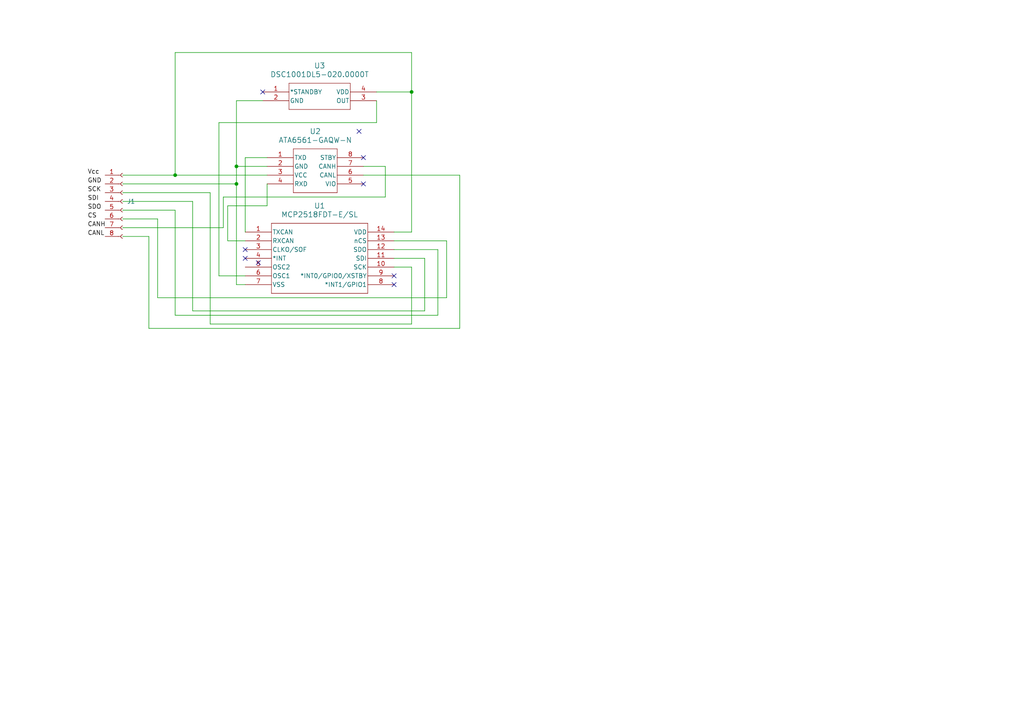
<source format=kicad_sch>
(kicad_sch
	(version 20250114)
	(generator "eeschema")
	(generator_version "9.0")
	(uuid "5261dcc1-d8e4-4ae7-a982-1d690413d2f0")
	(paper "A4")
	(lib_symbols
		(symbol "CAN_LIB:ATA6561-GAQW-N"
			(pin_names
				(offset 0.254)
			)
			(exclude_from_sim no)
			(in_bom yes)
			(on_board yes)
			(property "Reference" "U"
				(at 15.24 7.62 0)
				(effects
					(font
						(size 1.524 1.524)
					)
				)
			)
			(property "Value" "ATA6561-GAQW-N"
				(at 15.24 5.08 0)
				(effects
					(font
						(size 1.524 1.524)
					)
				)
			)
			(property "Footprint" "SOIC8_4P9X3P9MC_MCH"
				(at 0 0 0)
				(effects
					(font
						(size 1.27 1.27)
						(italic yes)
					)
					(hide yes)
				)
			)
			(property "Datasheet" "ATA6561-GAQW-N"
				(at 0 0 0)
				(effects
					(font
						(size 1.27 1.27)
						(italic yes)
					)
					(hide yes)
				)
			)
			(property "Description" ""
				(at 0 0 0)
				(effects
					(font
						(size 1.27 1.27)
					)
					(hide yes)
				)
			)
			(property "ki_locked" ""
				(at 0 0 0)
				(effects
					(font
						(size 1.27 1.27)
					)
				)
			)
			(property "ki_keywords" "ATA6561-GAQW-N"
				(at 0 0 0)
				(effects
					(font
						(size 1.27 1.27)
					)
					(hide yes)
				)
			)
			(property "ki_fp_filters" "SOIC8_4P9X3P9MC_MCH SOIC8_4P9X3P9MC_MCH-M SOIC8_4P9X3P9MC_MCH-L"
				(at 0 0 0)
				(effects
					(font
						(size 1.27 1.27)
					)
					(hide yes)
				)
			)
			(symbol "ATA6561-GAQW-N_0_1"
				(polyline
					(pts
						(xy 7.62 2.54) (xy 7.62 -10.16)
					)
					(stroke
						(width 0.127)
						(type default)
					)
					(fill
						(type none)
					)
				)
				(polyline
					(pts
						(xy 20.32 2.54) (xy 7.62 2.54)
					)
					(stroke
						(width 0.127)
						(type default)
					)
					(fill
						(type none)
					)
				)
				(polyline
					(pts
						(xy 20.32 -10.16) (xy 20.32 2.54)
					)
					(stroke
						(width 0.127)
						(type default)
					)
					(fill
						(type none)
					)
				)
				(pin unspecified line
					(at 0 0 0)
					(length 7.62)
					(name "TXD"
						(effects
							(font
								(size 1.27 1.27)
							)
						)
					)
					(number "1"
						(effects
							(font
								(size 1.27 1.27)
							)
						)
					)
				)
				(pin power_out line
					(at 0 -2.54 0)
					(length 7.62)
					(name "GND"
						(effects
							(font
								(size 1.27 1.27)
							)
						)
					)
					(number "2"
						(effects
							(font
								(size 1.27 1.27)
							)
						)
					)
				)
				(pin power_in line
					(at 0 -5.08 0)
					(length 7.62)
					(name "VCC"
						(effects
							(font
								(size 1.27 1.27)
							)
						)
					)
					(number "3"
						(effects
							(font
								(size 1.27 1.27)
							)
						)
					)
				)
				(pin unspecified line
					(at 0 -7.62 0)
					(length 7.62)
					(name "RXD"
						(effects
							(font
								(size 1.27 1.27)
							)
						)
					)
					(number "4"
						(effects
							(font
								(size 1.27 1.27)
							)
						)
					)
				)
				(pin unspecified line
					(at 27.94 0 180)
					(length 7.62)
					(name "STBY"
						(effects
							(font
								(size 1.27 1.27)
							)
						)
					)
					(number "8"
						(effects
							(font
								(size 1.27 1.27)
							)
						)
					)
				)
				(pin unspecified line
					(at 27.94 -2.54 180)
					(length 7.62)
					(name "CANH"
						(effects
							(font
								(size 1.27 1.27)
							)
						)
					)
					(number "7"
						(effects
							(font
								(size 1.27 1.27)
							)
						)
					)
				)
				(pin unspecified line
					(at 27.94 -5.08 180)
					(length 7.62)
					(name "CANL"
						(effects
							(font
								(size 1.27 1.27)
							)
						)
					)
					(number "6"
						(effects
							(font
								(size 1.27 1.27)
							)
						)
					)
				)
				(pin unspecified line
					(at 27.94 -7.62 180)
					(length 7.62)
					(name "VIO"
						(effects
							(font
								(size 1.27 1.27)
							)
						)
					)
					(number "5"
						(effects
							(font
								(size 1.27 1.27)
							)
						)
					)
				)
			)
			(symbol "ATA6561-GAQW-N_1_1"
				(polyline
					(pts
						(xy 7.62 -10.16) (xy 20.32 -10.16)
					)
					(stroke
						(width 0)
						(type default)
					)
					(fill
						(type none)
					)
				)
			)
			(embedded_fonts no)
		)
		(symbol "CAN_LIB:DSC1001DL5-020.0000T"
			(pin_names
				(offset 0.254)
			)
			(exclude_from_sim no)
			(in_bom yes)
			(on_board yes)
			(property "Reference" "U"
				(at 17.78 7.62 0)
				(effects
					(font
						(size 1.524 1.524)
					)
				)
			)
			(property "Value" "DSC1001DL5-020.0000T"
				(at 17.78 5.08 0)
				(effects
					(font
						(size 1.524 1.524)
					)
				)
			)
			(property "Footprint" "CDFN4_2P5X2_MCH"
				(at 0 0 0)
				(effects
					(font
						(size 1.27 1.27)
						(italic yes)
					)
					(hide yes)
				)
			)
			(property "Datasheet" "DSC1001DL5-020.0000T"
				(at 0 0 0)
				(effects
					(font
						(size 1.27 1.27)
						(italic yes)
					)
					(hide yes)
				)
			)
			(property "Description" ""
				(at 0 0 0)
				(effects
					(font
						(size 1.27 1.27)
					)
					(hide yes)
				)
			)
			(property "ki_locked" ""
				(at 0 0 0)
				(effects
					(font
						(size 1.27 1.27)
					)
				)
			)
			(property "ki_keywords" "DSC1001DL5-020.0000T"
				(at 0 0 0)
				(effects
					(font
						(size 1.27 1.27)
					)
					(hide yes)
				)
			)
			(property "ki_fp_filters" "CDFN4_2P5X2_MCH CDFN4_2P5X2_MCH-M CDFN4_2P5X2_MCH-L"
				(at 0 0 0)
				(effects
					(font
						(size 1.27 1.27)
					)
					(hide yes)
				)
			)
			(symbol "DSC1001DL5-020.0000T_0_1"
				(polyline
					(pts
						(xy 7.62 2.54) (xy 7.62 -5.08)
					)
					(stroke
						(width 0.127)
						(type default)
					)
					(fill
						(type none)
					)
				)
				(polyline
					(pts
						(xy 7.62 -5.08) (xy 25.4 -5.08)
					)
					(stroke
						(width 0.127)
						(type default)
					)
					(fill
						(type none)
					)
				)
				(polyline
					(pts
						(xy 25.4 2.54) (xy 7.62 2.54)
					)
					(stroke
						(width 0.127)
						(type default)
					)
					(fill
						(type none)
					)
				)
				(polyline
					(pts
						(xy 25.4 -5.08) (xy 25.4 2.54)
					)
					(stroke
						(width 0.127)
						(type default)
					)
					(fill
						(type none)
					)
				)
				(pin input line
					(at 0 0 0)
					(length 7.62)
					(name "*STANDBY"
						(effects
							(font
								(size 1.27 1.27)
							)
						)
					)
					(number "1"
						(effects
							(font
								(size 1.27 1.27)
							)
						)
					)
				)
				(pin power_out line
					(at 0 -2.54 0)
					(length 7.62)
					(name "GND"
						(effects
							(font
								(size 1.27 1.27)
							)
						)
					)
					(number "2"
						(effects
							(font
								(size 1.27 1.27)
							)
						)
					)
				)
				(pin power_in line
					(at 33.02 0 180)
					(length 7.62)
					(name "VDD"
						(effects
							(font
								(size 1.27 1.27)
							)
						)
					)
					(number "4"
						(effects
							(font
								(size 1.27 1.27)
							)
						)
					)
				)
				(pin output line
					(at 33.02 -2.54 180)
					(length 7.62)
					(name "OUT"
						(effects
							(font
								(size 1.27 1.27)
							)
						)
					)
					(number "3"
						(effects
							(font
								(size 1.27 1.27)
							)
						)
					)
				)
			)
			(embedded_fonts no)
		)
		(symbol "CAN_LIB:MCP2518FDT-E_SL"
			(pin_names
				(offset 0.254)
			)
			(exclude_from_sim no)
			(in_bom yes)
			(on_board yes)
			(property "Reference" "U"
				(at 22.86 7.62 0)
				(effects
					(font
						(size 1.524 1.524)
					)
				)
			)
			(property "Value" "MCP2518FDT-E/SL"
				(at 22.86 5.08 0)
				(effects
					(font
						(size 1.524 1.524)
					)
				)
			)
			(property "Footprint" "SOIC14_SL_MCH"
				(at 0 0 0)
				(effects
					(font
						(size 1.27 1.27)
						(italic yes)
					)
					(hide yes)
				)
			)
			(property "Datasheet" "MCP2518FDT-E/SL"
				(at 0 0 0)
				(effects
					(font
						(size 1.27 1.27)
						(italic yes)
					)
					(hide yes)
				)
			)
			(property "Description" ""
				(at 0 0 0)
				(effects
					(font
						(size 1.27 1.27)
					)
					(hide yes)
				)
			)
			(property "ki_locked" ""
				(at 0 0 0)
				(effects
					(font
						(size 1.27 1.27)
					)
				)
			)
			(property "ki_keywords" "MCP2518FDT-E/SL"
				(at 0 0 0)
				(effects
					(font
						(size 1.27 1.27)
					)
					(hide yes)
				)
			)
			(property "ki_fp_filters" "SOIC14_SL_MCH SOIC14_SL_MCH-M SOIC14_SL_MCH-L"
				(at 0 0 0)
				(effects
					(font
						(size 1.27 1.27)
					)
					(hide yes)
				)
			)
			(symbol "MCP2518FDT-E_SL_0_1"
				(polyline
					(pts
						(xy 7.62 2.54) (xy 7.62 -17.78)
					)
					(stroke
						(width 0.127)
						(type default)
					)
					(fill
						(type none)
					)
				)
				(polyline
					(pts
						(xy 35.56 -17.78) (xy 35.56 2.54)
					)
					(stroke
						(width 0.127)
						(type default)
					)
					(fill
						(type none)
					)
				)
				(pin output line
					(at 0 0 0)
					(length 7.62)
					(name "TXCAN"
						(effects
							(font
								(size 1.27 1.27)
							)
						)
					)
					(number "1"
						(effects
							(font
								(size 1.27 1.27)
							)
						)
					)
				)
				(pin input line
					(at 0 -2.54 0)
					(length 7.62)
					(name "RXCAN"
						(effects
							(font
								(size 1.27 1.27)
							)
						)
					)
					(number "2"
						(effects
							(font
								(size 1.27 1.27)
							)
						)
					)
				)
				(pin output line
					(at 0 -5.08 0)
					(length 7.62)
					(name "CLKO/SOF"
						(effects
							(font
								(size 1.27 1.27)
							)
						)
					)
					(number "3"
						(effects
							(font
								(size 1.27 1.27)
							)
						)
					)
				)
				(pin output line
					(at 0 -7.62 0)
					(length 7.62)
					(name "*INT"
						(effects
							(font
								(size 1.27 1.27)
							)
						)
					)
					(number "4"
						(effects
							(font
								(size 1.27 1.27)
							)
						)
					)
				)
				(pin output line
					(at 0 -10.16 0)
					(length 7.62)
					(name "OSC2"
						(effects
							(font
								(size 1.27 1.27)
							)
						)
					)
					(number "5"
						(effects
							(font
								(size 1.27 1.27)
							)
						)
					)
				)
				(pin input line
					(at 0 -12.7 0)
					(length 7.62)
					(name "OSC1"
						(effects
							(font
								(size 1.27 1.27)
							)
						)
					)
					(number "6"
						(effects
							(font
								(size 1.27 1.27)
							)
						)
					)
				)
				(pin power_out line
					(at 0 -15.24 0)
					(length 7.62)
					(name "VSS"
						(effects
							(font
								(size 1.27 1.27)
							)
						)
					)
					(number "7"
						(effects
							(font
								(size 1.27 1.27)
							)
						)
					)
				)
				(pin power_in line
					(at 43.18 0 180)
					(length 7.62)
					(name "VDD"
						(effects
							(font
								(size 1.27 1.27)
							)
						)
					)
					(number "14"
						(effects
							(font
								(size 1.27 1.27)
							)
						)
					)
				)
				(pin input line
					(at 43.18 -2.54 180)
					(length 7.62)
					(name "nCS"
						(effects
							(font
								(size 1.27 1.27)
							)
						)
					)
					(number "13"
						(effects
							(font
								(size 1.27 1.27)
							)
						)
					)
				)
				(pin output line
					(at 43.18 -5.08 180)
					(length 7.62)
					(name "SDO"
						(effects
							(font
								(size 1.27 1.27)
							)
						)
					)
					(number "12"
						(effects
							(font
								(size 1.27 1.27)
							)
						)
					)
				)
				(pin input line
					(at 43.18 -7.62 180)
					(length 7.62)
					(name "SDI"
						(effects
							(font
								(size 1.27 1.27)
							)
						)
					)
					(number "11"
						(effects
							(font
								(size 1.27 1.27)
							)
						)
					)
				)
				(pin input line
					(at 43.18 -10.16 180)
					(length 7.62)
					(name "SCK"
						(effects
							(font
								(size 1.27 1.27)
							)
						)
					)
					(number "10"
						(effects
							(font
								(size 1.27 1.27)
							)
						)
					)
				)
				(pin bidirectional line
					(at 43.18 -12.7 180)
					(length 7.62)
					(name "*INT0/GPIO0/XSTBY"
						(effects
							(font
								(size 1.27 1.27)
							)
						)
					)
					(number "9"
						(effects
							(font
								(size 1.27 1.27)
							)
						)
					)
				)
				(pin bidirectional line
					(at 43.18 -15.24 180)
					(length 7.62)
					(name "*INT1/GPIO1"
						(effects
							(font
								(size 1.27 1.27)
							)
						)
					)
					(number "8"
						(effects
							(font
								(size 1.27 1.27)
							)
						)
					)
				)
			)
			(symbol "MCP2518FDT-E_SL_1_1"
				(polyline
					(pts
						(xy 7.62 2.54) (xy 35.56 2.54)
					)
					(stroke
						(width 0)
						(type default)
					)
					(fill
						(type none)
					)
				)
				(polyline
					(pts
						(xy 7.62 -17.78) (xy 35.56 -17.78)
					)
					(stroke
						(width 0)
						(type default)
					)
					(fill
						(type none)
					)
				)
			)
			(embedded_fonts no)
		)
		(symbol "Connector:Conn_01x08_Socket"
			(pin_names
				(offset 1.016)
				(hide yes)
			)
			(exclude_from_sim no)
			(in_bom yes)
			(on_board yes)
			(property "Reference" "J"
				(at 0 10.16 0)
				(effects
					(font
						(size 1.27 1.27)
					)
				)
			)
			(property "Value" "Conn_01x08_Socket"
				(at 0 -12.7 0)
				(effects
					(font
						(size 1.27 1.27)
					)
				)
			)
			(property "Footprint" ""
				(at 0 0 0)
				(effects
					(font
						(size 1.27 1.27)
					)
					(hide yes)
				)
			)
			(property "Datasheet" "~"
				(at 0 0 0)
				(effects
					(font
						(size 1.27 1.27)
					)
					(hide yes)
				)
			)
			(property "Description" "Generic connector, single row, 01x08, script generated"
				(at 0 0 0)
				(effects
					(font
						(size 1.27 1.27)
					)
					(hide yes)
				)
			)
			(property "ki_locked" ""
				(at 0 0 0)
				(effects
					(font
						(size 1.27 1.27)
					)
				)
			)
			(property "ki_keywords" "connector"
				(at 0 0 0)
				(effects
					(font
						(size 1.27 1.27)
					)
					(hide yes)
				)
			)
			(property "ki_fp_filters" "Connector*:*_1x??_*"
				(at 0 0 0)
				(effects
					(font
						(size 1.27 1.27)
					)
					(hide yes)
				)
			)
			(symbol "Conn_01x08_Socket_1_1"
				(polyline
					(pts
						(xy -1.27 7.62) (xy -0.508 7.62)
					)
					(stroke
						(width 0.1524)
						(type default)
					)
					(fill
						(type none)
					)
				)
				(polyline
					(pts
						(xy -1.27 5.08) (xy -0.508 5.08)
					)
					(stroke
						(width 0.1524)
						(type default)
					)
					(fill
						(type none)
					)
				)
				(polyline
					(pts
						(xy -1.27 2.54) (xy -0.508 2.54)
					)
					(stroke
						(width 0.1524)
						(type default)
					)
					(fill
						(type none)
					)
				)
				(polyline
					(pts
						(xy -1.27 0) (xy -0.508 0)
					)
					(stroke
						(width 0.1524)
						(type default)
					)
					(fill
						(type none)
					)
				)
				(polyline
					(pts
						(xy -1.27 -2.54) (xy -0.508 -2.54)
					)
					(stroke
						(width 0.1524)
						(type default)
					)
					(fill
						(type none)
					)
				)
				(polyline
					(pts
						(xy -1.27 -5.08) (xy -0.508 -5.08)
					)
					(stroke
						(width 0.1524)
						(type default)
					)
					(fill
						(type none)
					)
				)
				(polyline
					(pts
						(xy -1.27 -7.62) (xy -0.508 -7.62)
					)
					(stroke
						(width 0.1524)
						(type default)
					)
					(fill
						(type none)
					)
				)
				(polyline
					(pts
						(xy -1.27 -10.16) (xy -0.508 -10.16)
					)
					(stroke
						(width 0.1524)
						(type default)
					)
					(fill
						(type none)
					)
				)
				(arc
					(start 0 7.112)
					(mid -0.5058 7.62)
					(end 0 8.128)
					(stroke
						(width 0.1524)
						(type default)
					)
					(fill
						(type none)
					)
				)
				(arc
					(start 0 4.572)
					(mid -0.5058 5.08)
					(end 0 5.588)
					(stroke
						(width 0.1524)
						(type default)
					)
					(fill
						(type none)
					)
				)
				(arc
					(start 0 2.032)
					(mid -0.5058 2.54)
					(end 0 3.048)
					(stroke
						(width 0.1524)
						(type default)
					)
					(fill
						(type none)
					)
				)
				(arc
					(start 0 -0.508)
					(mid -0.5058 0)
					(end 0 0.508)
					(stroke
						(width 0.1524)
						(type default)
					)
					(fill
						(type none)
					)
				)
				(arc
					(start 0 -3.048)
					(mid -0.5058 -2.54)
					(end 0 -2.032)
					(stroke
						(width 0.1524)
						(type default)
					)
					(fill
						(type none)
					)
				)
				(arc
					(start 0 -5.588)
					(mid -0.5058 -5.08)
					(end 0 -4.572)
					(stroke
						(width 0.1524)
						(type default)
					)
					(fill
						(type none)
					)
				)
				(arc
					(start 0 -8.128)
					(mid -0.5058 -7.62)
					(end 0 -7.112)
					(stroke
						(width 0.1524)
						(type default)
					)
					(fill
						(type none)
					)
				)
				(arc
					(start 0 -10.668)
					(mid -0.5058 -10.16)
					(end 0 -9.652)
					(stroke
						(width 0.1524)
						(type default)
					)
					(fill
						(type none)
					)
				)
				(pin passive line
					(at -5.08 7.62 0)
					(length 3.81)
					(name "Pin_1"
						(effects
							(font
								(size 1.27 1.27)
							)
						)
					)
					(number "1"
						(effects
							(font
								(size 1.27 1.27)
							)
						)
					)
				)
				(pin passive line
					(at -5.08 5.08 0)
					(length 3.81)
					(name "Pin_2"
						(effects
							(font
								(size 1.27 1.27)
							)
						)
					)
					(number "2"
						(effects
							(font
								(size 1.27 1.27)
							)
						)
					)
				)
				(pin passive line
					(at -5.08 2.54 0)
					(length 3.81)
					(name "Pin_3"
						(effects
							(font
								(size 1.27 1.27)
							)
						)
					)
					(number "3"
						(effects
							(font
								(size 1.27 1.27)
							)
						)
					)
				)
				(pin passive line
					(at -5.08 0 0)
					(length 3.81)
					(name "Pin_4"
						(effects
							(font
								(size 1.27 1.27)
							)
						)
					)
					(number "4"
						(effects
							(font
								(size 1.27 1.27)
							)
						)
					)
				)
				(pin passive line
					(at -5.08 -2.54 0)
					(length 3.81)
					(name "Pin_5"
						(effects
							(font
								(size 1.27 1.27)
							)
						)
					)
					(number "5"
						(effects
							(font
								(size 1.27 1.27)
							)
						)
					)
				)
				(pin passive line
					(at -5.08 -5.08 0)
					(length 3.81)
					(name "Pin_6"
						(effects
							(font
								(size 1.27 1.27)
							)
						)
					)
					(number "6"
						(effects
							(font
								(size 1.27 1.27)
							)
						)
					)
				)
				(pin passive line
					(at -5.08 -7.62 0)
					(length 3.81)
					(name "Pin_7"
						(effects
							(font
								(size 1.27 1.27)
							)
						)
					)
					(number "7"
						(effects
							(font
								(size 1.27 1.27)
							)
						)
					)
				)
				(pin passive line
					(at -5.08 -10.16 0)
					(length 3.81)
					(name "Pin_8"
						(effects
							(font
								(size 1.27 1.27)
							)
						)
					)
					(number "8"
						(effects
							(font
								(size 1.27 1.27)
							)
						)
					)
				)
			)
			(embedded_fonts no)
		)
	)
	(junction
		(at 50.8 50.8)
		(diameter 0)
		(color 0 0 0 0)
		(uuid "4231b5fd-2a63-45a1-bac2-b90fe1086ffd")
	)
	(junction
		(at 68.58 48.26)
		(diameter 0)
		(color 0 0 0 0)
		(uuid "73dae24d-f4f4-4a18-8637-828af2e78a79")
	)
	(junction
		(at 68.58 53.34)
		(diameter 0)
		(color 0 0 0 0)
		(uuid "c53b3d10-3d75-4ec0-a2bc-abb1fe48c6ed")
	)
	(junction
		(at 119.38 26.67)
		(diameter 0)
		(color 0 0 0 0)
		(uuid "df0b01ef-fc34-4b1d-af12-6eefab1dc142")
	)
	(no_connect
		(at 114.3 80.01)
		(uuid "01cffb51-b147-4e18-878d-90b8de159515")
	)
	(no_connect
		(at 104.14 38.1)
		(uuid "1eea3d61-df0a-4f2b-94c0-ded1b292b810")
	)
	(no_connect
		(at 114.3 82.55)
		(uuid "3687086e-2dca-47d5-8950-581e1796652f")
	)
	(no_connect
		(at 105.41 53.34)
		(uuid "49d2dbe8-dc77-4b77-9864-fc698e34e3a6")
	)
	(no_connect
		(at 105.41 45.72)
		(uuid "5b0208df-205c-457e-b5cc-c39d2cede568")
	)
	(no_connect
		(at 76.2 26.67)
		(uuid "61f37b3e-4ddc-475d-945a-f2b7e92319b9")
	)
	(no_connect
		(at 71.12 72.39)
		(uuid "98c8d855-97d8-4ee9-90fc-50a7d0ef6ecd")
	)
	(no_connect
		(at 71.12 74.93)
		(uuid "b984c275-e4f8-4405-adb5-4eceae608a6b")
	)
	(no_connect
		(at 74.93 76.2)
		(uuid "bcd7ff70-5823-4869-af98-1b6f27e5ff77")
	)
	(wire
		(pts
			(xy 77.47 45.72) (xy 71.12 45.72)
		)
		(stroke
			(width 0)
			(type default)
		)
		(uuid "03d01bbc-f6a8-4de6-8745-43d1eaacc850")
	)
	(wire
		(pts
			(xy 55.88 90.17) (xy 123.19 90.17)
		)
		(stroke
			(width 0)
			(type default)
		)
		(uuid "0c6b8dd8-596a-4acd-b018-12d6dc788d44")
	)
	(wire
		(pts
			(xy 45.72 63.5) (xy 45.72 86.36)
		)
		(stroke
			(width 0)
			(type default)
		)
		(uuid "0c901942-c52e-48d7-bfe4-040bb62bb46c")
	)
	(wire
		(pts
			(xy 119.38 77.47) (xy 114.3 77.47)
		)
		(stroke
			(width 0)
			(type default)
		)
		(uuid "0cd5e3bc-03a6-4eef-a7c8-4772a796e6f9")
	)
	(wire
		(pts
			(xy 50.8 50.8) (xy 77.47 50.8)
		)
		(stroke
			(width 0)
			(type default)
		)
		(uuid "14c8d99f-b1de-414a-8c12-821162af003b")
	)
	(wire
		(pts
			(xy 68.58 82.55) (xy 71.12 82.55)
		)
		(stroke
			(width 0)
			(type default)
		)
		(uuid "18492090-78b5-4131-888f-8df7e4e59a42")
	)
	(wire
		(pts
			(xy 60.96 93.98) (xy 119.38 93.98)
		)
		(stroke
			(width 0)
			(type default)
		)
		(uuid "18b276d8-e455-49bb-a24a-0be191a23747")
	)
	(wire
		(pts
			(xy 63.5 80.01) (xy 71.12 80.01)
		)
		(stroke
			(width 0)
			(type default)
		)
		(uuid "1a1b3079-a4ea-4ffb-bb09-811e1a826e9f")
	)
	(wire
		(pts
			(xy 133.35 50.8) (xy 105.41 50.8)
		)
		(stroke
			(width 0)
			(type default)
		)
		(uuid "1a5d5f43-6469-4e7a-a490-6bab6119f895")
	)
	(wire
		(pts
			(xy 77.47 59.69) (xy 66.04 59.69)
		)
		(stroke
			(width 0)
			(type default)
		)
		(uuid "1bbf3eb7-66cd-4f9f-a89f-7dc67ebeb6a6")
	)
	(wire
		(pts
			(xy 66.04 69.85) (xy 71.12 69.85)
		)
		(stroke
			(width 0)
			(type default)
		)
		(uuid "1e76d535-429c-4eff-b3b8-e157fd028c66")
	)
	(wire
		(pts
			(xy 111.76 48.26) (xy 105.41 48.26)
		)
		(stroke
			(width 0)
			(type default)
		)
		(uuid "214fddd5-ccc8-46e8-9bf5-1701d6f3947c")
	)
	(wire
		(pts
			(xy 63.5 35.56) (xy 63.5 80.01)
		)
		(stroke
			(width 0)
			(type default)
		)
		(uuid "22afd08b-3b14-41f0-9f31-5f907bc8203d")
	)
	(wire
		(pts
			(xy 43.18 68.58) (xy 43.18 95.25)
		)
		(stroke
			(width 0)
			(type default)
		)
		(uuid "232c6ce2-35a2-4768-b8c6-78fb1830b452")
	)
	(wire
		(pts
			(xy 119.38 26.67) (xy 119.38 67.31)
		)
		(stroke
			(width 0)
			(type default)
		)
		(uuid "23eb76dd-3fe3-4221-9905-0715a534957e")
	)
	(wire
		(pts
			(xy 55.88 58.42) (xy 55.88 90.17)
		)
		(stroke
			(width 0)
			(type default)
		)
		(uuid "26770a08-60ea-4de1-ba09-0c8b0ad586a7")
	)
	(wire
		(pts
			(xy 35.56 66.04) (xy 64.77 66.04)
		)
		(stroke
			(width 0)
			(type default)
		)
		(uuid "274a11d4-70f3-4e46-a0b0-034710c3921a")
	)
	(wire
		(pts
			(xy 68.58 53.34) (xy 68.58 48.26)
		)
		(stroke
			(width 0)
			(type default)
		)
		(uuid "275daa53-3fe5-4616-9169-7139d9d70bf8")
	)
	(wire
		(pts
			(xy 68.58 48.26) (xy 77.47 48.26)
		)
		(stroke
			(width 0)
			(type default)
		)
		(uuid "2de98b1f-bd3f-4865-be1d-54b90a8dbb69")
	)
	(wire
		(pts
			(xy 35.56 53.34) (xy 68.58 53.34)
		)
		(stroke
			(width 0)
			(type default)
		)
		(uuid "2df4ca53-158b-4d8a-8e70-4156521b9439")
	)
	(wire
		(pts
			(xy 50.8 60.96) (xy 50.8 91.44)
		)
		(stroke
			(width 0)
			(type default)
		)
		(uuid "2e85e80c-d40b-4635-9af1-cd2fea8934bf")
	)
	(wire
		(pts
			(xy 35.56 58.42) (xy 55.88 58.42)
		)
		(stroke
			(width 0)
			(type default)
		)
		(uuid "2f927ce0-deae-43cb-8c82-50050dc5f871")
	)
	(wire
		(pts
			(xy 109.22 29.21) (xy 109.22 35.56)
		)
		(stroke
			(width 0)
			(type default)
		)
		(uuid "316fa404-7997-482d-b689-edf307a2bae3")
	)
	(wire
		(pts
			(xy 50.8 50.8) (xy 50.8 15.24)
		)
		(stroke
			(width 0)
			(type default)
		)
		(uuid "32da1db1-a68c-4096-960c-e8b07f6ba0d5")
	)
	(wire
		(pts
			(xy 127 91.44) (xy 127 72.39)
		)
		(stroke
			(width 0)
			(type default)
		)
		(uuid "3c4375d8-0b63-473e-a0de-f4c929ab4fda")
	)
	(wire
		(pts
			(xy 68.58 53.34) (xy 68.58 82.55)
		)
		(stroke
			(width 0)
			(type default)
		)
		(uuid "3ecb7a07-26c9-4039-8d19-e58f12b4cdfd")
	)
	(wire
		(pts
			(xy 43.18 95.25) (xy 133.35 95.25)
		)
		(stroke
			(width 0)
			(type default)
		)
		(uuid "4a987e2d-c44b-446e-bd3e-0eb6205aa2eb")
	)
	(wire
		(pts
			(xy 50.8 15.24) (xy 119.38 15.24)
		)
		(stroke
			(width 0)
			(type default)
		)
		(uuid "4fd6d6a6-aeb0-4c44-b166-3cd39eaac9f8")
	)
	(wire
		(pts
			(xy 35.56 55.88) (xy 60.96 55.88)
		)
		(stroke
			(width 0)
			(type default)
		)
		(uuid "53aee298-70fe-4503-8f57-de1625959ae6")
	)
	(wire
		(pts
			(xy 35.56 63.5) (xy 45.72 63.5)
		)
		(stroke
			(width 0)
			(type default)
		)
		(uuid "5779172c-ec53-46b5-9ca3-83878cb9a0c3")
	)
	(wire
		(pts
			(xy 127 72.39) (xy 114.3 72.39)
		)
		(stroke
			(width 0)
			(type default)
		)
		(uuid "61c30452-8590-404f-af91-42ae8eab62b5")
	)
	(wire
		(pts
			(xy 60.96 55.88) (xy 60.96 93.98)
		)
		(stroke
			(width 0)
			(type default)
		)
		(uuid "63ef7203-9959-4368-be0e-25d2286beda5")
	)
	(wire
		(pts
			(xy 35.56 68.58) (xy 43.18 68.58)
		)
		(stroke
			(width 0)
			(type default)
		)
		(uuid "65ff8f6c-e892-47ee-9021-15689588f959")
	)
	(wire
		(pts
			(xy 119.38 93.98) (xy 119.38 77.47)
		)
		(stroke
			(width 0)
			(type default)
		)
		(uuid "70ac86da-d244-4c6d-aa94-d103632e9b03")
	)
	(wire
		(pts
			(xy 123.19 74.93) (xy 114.3 74.93)
		)
		(stroke
			(width 0)
			(type default)
		)
		(uuid "72778e7b-6164-4731-9c0d-290baa8d7c78")
	)
	(wire
		(pts
			(xy 133.35 95.25) (xy 133.35 50.8)
		)
		(stroke
			(width 0)
			(type default)
		)
		(uuid "8ab03323-a39f-459a-9356-2c2f8e08187b")
	)
	(wire
		(pts
			(xy 77.47 53.34) (xy 77.47 59.69)
		)
		(stroke
			(width 0)
			(type default)
		)
		(uuid "98357b51-040c-459a-ab92-a9cdf6e32f16")
	)
	(wire
		(pts
			(xy 35.56 60.96) (xy 50.8 60.96)
		)
		(stroke
			(width 0)
			(type default)
		)
		(uuid "9a52a952-b66d-4632-9587-277e263ae979")
	)
	(wire
		(pts
			(xy 129.54 69.85) (xy 114.3 69.85)
		)
		(stroke
			(width 0)
			(type default)
		)
		(uuid "a2ad25cc-631c-4f77-bb0f-ec07f81808b2")
	)
	(wire
		(pts
			(xy 50.8 91.44) (xy 127 91.44)
		)
		(stroke
			(width 0)
			(type default)
		)
		(uuid "a9e0f6be-3acd-4299-8b88-9e4e5eb6f2ce")
	)
	(wire
		(pts
			(xy 111.76 57.15) (xy 111.76 48.26)
		)
		(stroke
			(width 0)
			(type default)
		)
		(uuid "acae26e9-3d52-4a78-a605-049b6f324196")
	)
	(wire
		(pts
			(xy 45.72 86.36) (xy 129.54 86.36)
		)
		(stroke
			(width 0)
			(type default)
		)
		(uuid "b38650a5-3c6e-4f35-ba64-5ea0d0209ba0")
	)
	(wire
		(pts
			(xy 119.38 15.24) (xy 119.38 26.67)
		)
		(stroke
			(width 0)
			(type default)
		)
		(uuid "b469f3fb-54f7-4fac-bbe0-6c9254ae103e")
	)
	(wire
		(pts
			(xy 119.38 67.31) (xy 114.3 67.31)
		)
		(stroke
			(width 0)
			(type default)
		)
		(uuid "b8c4b4a0-8e22-4225-ad11-81b6bad290e9")
	)
	(wire
		(pts
			(xy 76.2 29.21) (xy 68.58 29.21)
		)
		(stroke
			(width 0)
			(type default)
		)
		(uuid "b9e37b59-86d9-4560-9083-4c605e771c45")
	)
	(wire
		(pts
			(xy 109.22 35.56) (xy 63.5 35.56)
		)
		(stroke
			(width 0)
			(type default)
		)
		(uuid "bab24dd3-b0ac-4806-a8b0-5daaeab5a0b2")
	)
	(wire
		(pts
			(xy 35.56 50.8) (xy 50.8 50.8)
		)
		(stroke
			(width 0)
			(type default)
		)
		(uuid "c3b8120d-026d-4b02-bc58-050db304f51a")
	)
	(wire
		(pts
			(xy 68.58 29.21) (xy 68.58 48.26)
		)
		(stroke
			(width 0)
			(type default)
		)
		(uuid "c7f75afd-9be3-43e7-973f-fe6b15231beb")
	)
	(wire
		(pts
			(xy 64.77 66.04) (xy 64.77 57.15)
		)
		(stroke
			(width 0)
			(type default)
		)
		(uuid "d72460ae-52e5-4d11-ac1b-8dc3a9689700")
	)
	(wire
		(pts
			(xy 119.38 26.67) (xy 109.22 26.67)
		)
		(stroke
			(width 0)
			(type default)
		)
		(uuid "dd6aae7f-f14f-4e95-8cb9-5ee8b491e5f0")
	)
	(wire
		(pts
			(xy 129.54 86.36) (xy 129.54 69.85)
		)
		(stroke
			(width 0)
			(type default)
		)
		(uuid "f005ee7c-d505-460f-a6fe-d1409c6e46f0")
	)
	(wire
		(pts
			(xy 71.12 45.72) (xy 71.12 67.31)
		)
		(stroke
			(width 0)
			(type default)
		)
		(uuid "f1c879d7-c4e1-4f8a-b44b-478da1e25263")
	)
	(wire
		(pts
			(xy 64.77 57.15) (xy 111.76 57.15)
		)
		(stroke
			(width 0)
			(type default)
		)
		(uuid "f6b79ed8-bcef-44b2-8021-1a5256bf58e2")
	)
	(wire
		(pts
			(xy 66.04 59.69) (xy 66.04 69.85)
		)
		(stroke
			(width 0)
			(type default)
		)
		(uuid "f9798ff3-68f3-4570-a40d-402d87a30d00")
	)
	(wire
		(pts
			(xy 123.19 90.17) (xy 123.19 74.93)
		)
		(stroke
			(width 0)
			(type default)
		)
		(uuid "fc72c72a-4a66-4333-83f5-13775a3e1e2a")
	)
	(label "CANH"
		(at 25.4 66.04 0)
		(effects
			(font
				(size 1.27 1.27)
			)
			(justify left bottom)
		)
		(uuid "0aa3d823-0bd9-4117-8b0d-dd8970466588")
	)
	(label "GND"
		(at 25.4 53.34 0)
		(effects
			(font
				(size 1.27 1.27)
			)
			(justify left bottom)
		)
		(uuid "0ba1c8a8-397e-4c47-b4f2-e498c1001dca")
	)
	(label "Vcc"
		(at 25.4 50.8 0)
		(effects
			(font
				(size 1.27 1.27)
			)
			(justify left bottom)
		)
		(uuid "103500e2-441e-400e-b4f7-97c0fa99df0e")
	)
	(label "CANL"
		(at 25.4 68.58 0)
		(effects
			(font
				(size 1.27 1.27)
			)
			(justify left bottom)
		)
		(uuid "17bd8fdc-1fb4-4d17-ad6b-8ea7e73ecb8e")
	)
	(label "SCK"
		(at 25.4 55.88 0)
		(effects
			(font
				(size 1.27 1.27)
			)
			(justify left bottom)
		)
		(uuid "3e0d723b-d6af-4daa-89c5-4ec1a1c4788a")
	)
	(label "CS"
		(at 25.4 63.5 0)
		(effects
			(font
				(size 1.27 1.27)
			)
			(justify left bottom)
		)
		(uuid "44426f2b-2165-4bd6-a36c-6b829367ce44")
	)
	(label "SDO"
		(at 25.4 60.96 0)
		(effects
			(font
				(size 1.27 1.27)
			)
			(justify left bottom)
		)
		(uuid "ad0d3783-8d6b-4961-bdc5-8f8182a90133")
	)
	(label "SDI"
		(at 25.4 58.42 0)
		(effects
			(font
				(size 1.27 1.27)
			)
			(justify left bottom)
		)
		(uuid "b6d99b06-5ab5-42ef-b3f8-ee6c89f28667")
	)
	(symbol
		(lib_id "CAN_LIB:DSC1001DL5-020.0000T")
		(at 76.2 26.67 0)
		(unit 1)
		(exclude_from_sim no)
		(in_bom yes)
		(on_board yes)
		(dnp no)
		(fields_autoplaced yes)
		(uuid "6f2cda6b-2fda-478d-bcfb-718fe25f467a")
		(property "Reference" "U3"
			(at 92.71 19.05 0)
			(effects
				(font
					(size 1.524 1.524)
				)
			)
		)
		(property "Value" "DSC1001DL5-020.0000T"
			(at 92.71 21.59 0)
			(effects
				(font
					(size 1.524 1.524)
				)
			)
		)
		(property "Footprint" "CDFN4_2P5X2_MCH"
			(at 76.2 26.67 0)
			(effects
				(font
					(size 1.27 1.27)
					(italic yes)
				)
				(hide yes)
			)
		)
		(property "Datasheet" "DSC1001DL5-020.0000T"
			(at 76.2 26.67 0)
			(effects
				(font
					(size 1.27 1.27)
					(italic yes)
				)
				(hide yes)
			)
		)
		(property "Description" ""
			(at 76.2 26.67 0)
			(effects
				(font
					(size 1.27 1.27)
				)
				(hide yes)
			)
		)
		(pin "3"
			(uuid "62b0aae7-d0df-45a2-94b1-8526426d7288")
		)
		(pin "1"
			(uuid "623394a1-2479-48dd-a5c4-e4b695616d52")
		)
		(pin "4"
			(uuid "6f050ad2-88a0-400a-affc-ef039e9b1338")
		)
		(pin "2"
			(uuid "adde2043-14c1-423f-91cf-8a64d0fa0d43")
		)
		(instances
			(project ""
				(path "/5261dcc1-d8e4-4ae7-a982-1d690413d2f0"
					(reference "U3")
					(unit 1)
				)
			)
		)
	)
	(symbol
		(lib_id "CAN_LIB:ATA6561-GAQW-N")
		(at 77.47 45.72 0)
		(unit 1)
		(exclude_from_sim no)
		(in_bom yes)
		(on_board yes)
		(dnp no)
		(fields_autoplaced yes)
		(uuid "b2da851b-bbca-4c8a-ab24-05d4c6e5a2f4")
		(property "Reference" "U2"
			(at 91.44 38.1 0)
			(effects
				(font
					(size 1.524 1.524)
				)
			)
		)
		(property "Value" "ATA6561-GAQW-N"
			(at 91.44 40.64 0)
			(effects
				(font
					(size 1.524 1.524)
				)
			)
		)
		(property "Footprint" "SOIC8_4P9X3P9MC_MCH"
			(at 77.47 45.72 0)
			(effects
				(font
					(size 1.27 1.27)
					(italic yes)
				)
				(hide yes)
			)
		)
		(property "Datasheet" "ATA6561-GAQW-N"
			(at 77.47 45.72 0)
			(effects
				(font
					(size 1.27 1.27)
					(italic yes)
				)
				(hide yes)
			)
		)
		(property "Description" ""
			(at 77.47 45.72 0)
			(effects
				(font
					(size 1.27 1.27)
				)
				(hide yes)
			)
		)
		(pin "6"
			(uuid "2c93af29-4c62-48b2-bfc4-a88ade60e95b")
		)
		(pin "2"
			(uuid "a6f89497-72a7-4a2d-86ea-7ae9846255ff")
		)
		(pin "7"
			(uuid "625687fb-8a48-4c8e-94db-6953b559ded8")
		)
		(pin "5"
			(uuid "c4abf548-7d1f-4188-b1b5-8b1f1bf1258c")
		)
		(pin "4"
			(uuid "db155a2c-897a-4b28-b131-b182292177eb")
		)
		(pin "3"
			(uuid "fb2dcd1a-e249-43dd-89e9-e57757c38d1f")
		)
		(pin "1"
			(uuid "6ff536d3-3a81-48ee-8d82-40e447f4070e")
		)
		(pin "8"
			(uuid "b553cb83-bb93-45b4-b890-50a448f49d62")
		)
		(instances
			(project ""
				(path "/5261dcc1-d8e4-4ae7-a982-1d690413d2f0"
					(reference "U2")
					(unit 1)
				)
			)
		)
	)
	(symbol
		(lib_id "Connector:Conn_01x08_Socket")
		(at 35.56 58.42 0)
		(unit 1)
		(exclude_from_sim no)
		(in_bom yes)
		(on_board yes)
		(dnp no)
		(fields_autoplaced yes)
		(uuid "d82682c8-66a5-480a-8254-cfe6b44d2a00")
		(property "Reference" "J1"
			(at 36.83 58.4199 0)
			(effects
				(font
					(size 1.27 1.27)
				)
				(justify left)
			)
		)
		(property "Value" "Conn_01x08_Socket"
			(at 36.83 60.9599 0)
			(effects
				(font
					(size 1.27 1.27)
				)
				(justify left)
				(hide yes)
			)
		)
		(property "Footprint" "Connector_PinHeader_2.54mm:PinHeader_1x08_P2.54mm_Vertical"
			(at 35.56 58.42 0)
			(effects
				(font
					(size 1.27 1.27)
				)
				(hide yes)
			)
		)
		(property "Datasheet" "~"
			(at 35.56 58.42 0)
			(effects
				(font
					(size 1.27 1.27)
				)
				(hide yes)
			)
		)
		(property "Description" "Generic connector, single row, 01x08, script generated"
			(at 35.56 58.42 0)
			(effects
				(font
					(size 1.27 1.27)
				)
				(hide yes)
			)
		)
		(pin "3"
			(uuid "a65268f9-28ba-4f93-8e56-c385036eaa24")
		)
		(pin "4"
			(uuid "56fb7642-2aaf-4f87-b47e-826d45c7c9d2")
		)
		(pin "1"
			(uuid "fe7cbeb9-3c28-41c7-b857-82837f8f4c62")
		)
		(pin "2"
			(uuid "f681b0de-d972-44e3-980f-ac1aeb7458e8")
		)
		(pin "5"
			(uuid "5ee7a2e5-0d01-41ef-b58a-e49ea978d642")
		)
		(pin "6"
			(uuid "6513017c-5e4e-4de0-8132-d8cbdf36d3f8")
		)
		(pin "7"
			(uuid "3d17d5a2-d769-4abc-b758-c5b30c49f66b")
		)
		(pin "8"
			(uuid "f452694c-127b-451c-8d7d-657f1604e464")
		)
		(instances
			(project ""
				(path "/5261dcc1-d8e4-4ae7-a982-1d690413d2f0"
					(reference "J1")
					(unit 1)
				)
			)
		)
	)
	(symbol
		(lib_id "CAN_LIB:MCP2518FDT-E_SL")
		(at 71.12 67.31 0)
		(unit 1)
		(exclude_from_sim no)
		(in_bom yes)
		(on_board yes)
		(dnp no)
		(fields_autoplaced yes)
		(uuid "ee9ffb1c-a74e-4bf0-aea3-0513a5dd94b6")
		(property "Reference" "U1"
			(at 92.71 59.69 0)
			(effects
				(font
					(size 1.524 1.524)
				)
			)
		)
		(property "Value" "MCP2518FDT-E/SL"
			(at 92.71 62.23 0)
			(effects
				(font
					(size 1.524 1.524)
				)
			)
		)
		(property "Footprint" "SOIC14_SL_MCH"
			(at 71.12 67.31 0)
			(effects
				(font
					(size 1.27 1.27)
					(italic yes)
				)
				(hide yes)
			)
		)
		(property "Datasheet" "MCP2518FDT-E/SL"
			(at 71.12 67.31 0)
			(effects
				(font
					(size 1.27 1.27)
					(italic yes)
				)
				(hide yes)
			)
		)
		(property "Description" ""
			(at 71.12 67.31 0)
			(effects
				(font
					(size 1.27 1.27)
				)
				(hide yes)
			)
		)
		(pin "3"
			(uuid "faba5f57-24f6-4fea-8879-6520514b2d7f")
		)
		(pin "12"
			(uuid "f5695ab5-1f10-45b6-b22a-5e11d6f9c0e7")
		)
		(pin "14"
			(uuid "2eedeac7-0794-4607-adfa-1bd9dc1f82b7")
		)
		(pin "11"
			(uuid "7328818e-49c0-47eb-82a8-dac0b382a542")
		)
		(pin "9"
			(uuid "d06297c4-1568-4c6d-96b2-93995ff19434")
		)
		(pin "1"
			(uuid "40cb56bc-36e1-429f-bc15-0e0396fa1bc7")
		)
		(pin "10"
			(uuid "d5e66415-b4d7-482a-99ca-ac72d01e3e3e")
		)
		(pin "5"
			(uuid "e1ca57d6-bb43-4c23-a055-08bb0114a7de")
		)
		(pin "4"
			(uuid "231a1707-d8db-4e42-a7ce-2c02f2efd686")
		)
		(pin "6"
			(uuid "fb970351-d0f7-433f-900f-8dab4d416887")
		)
		(pin "2"
			(uuid "983428e6-8622-4e29-bc39-92bf63720151")
		)
		(pin "7"
			(uuid "1411ec8c-55d5-439a-a0c3-ea607eeab801")
		)
		(pin "13"
			(uuid "f25c7f27-5b1a-4c7f-95fc-e0445e3ac930")
		)
		(pin "8"
			(uuid "761a003e-343f-4080-ad9d-5da9a394c28a")
		)
		(instances
			(project ""
				(path "/5261dcc1-d8e4-4ae7-a982-1d690413d2f0"
					(reference "U1")
					(unit 1)
				)
			)
		)
	)
	(sheet_instances
		(path "/"
			(page "1")
		)
	)
	(embedded_fonts no)
)

</source>
